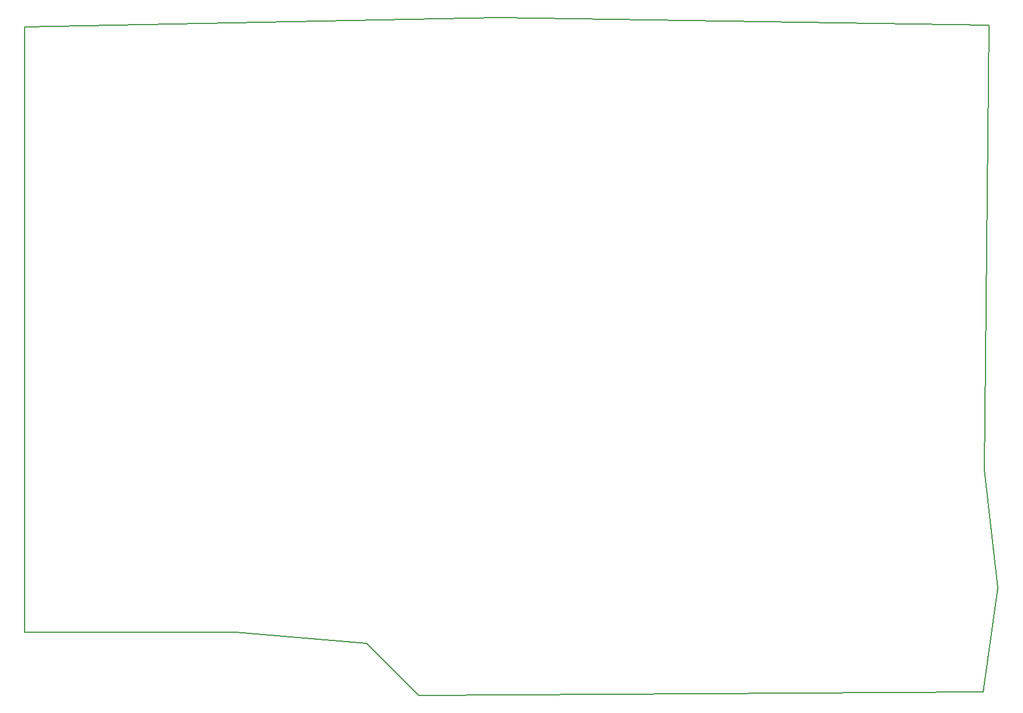
<source format=gbr>
%TF.GenerationSoftware,KiCad,Pcbnew,9.0.5*%
%TF.CreationDate,2025-11-01T14:53:47+08:00*%
%TF.ProjectId,main,6d61696e-2e6b-4696-9361-645f70636258,v1.0.0*%
%TF.SameCoordinates,Original*%
%TF.FileFunction,Profile,NP*%
%FSLAX46Y46*%
G04 Gerber Fmt 4.6, Leading zero omitted, Abs format (unit mm)*
G04 Created by KiCad (PCBNEW 9.0.5) date 2025-11-01 14:53:47*
%MOMM*%
%LPD*%
G01*
G04 APERTURE LIST*
%TA.AperFunction,Profile*%
%ADD10C,0.150000*%
%TD*%
G04 APERTURE END LIST*
D10*
X157556500Y-19165000D02*
X156935000Y-83500000D01*
X75070000Y-116120000D02*
X67600000Y-108550000D01*
X67600000Y-108550000D02*
X48600000Y-106930000D01*
X156758265Y-115636591D02*
X75070000Y-116120000D01*
X86600000Y-18070000D02*
X157556500Y-19165000D01*
X18170000Y-19450000D02*
X86600000Y-18070000D01*
X158879263Y-100544906D02*
X156758265Y-115636591D01*
X48600000Y-106930000D02*
X18170000Y-106930000D01*
X18170000Y-106930000D02*
X18170000Y-19450000D01*
X156935000Y-83500000D02*
X158879263Y-100544906D01*
M02*

</source>
